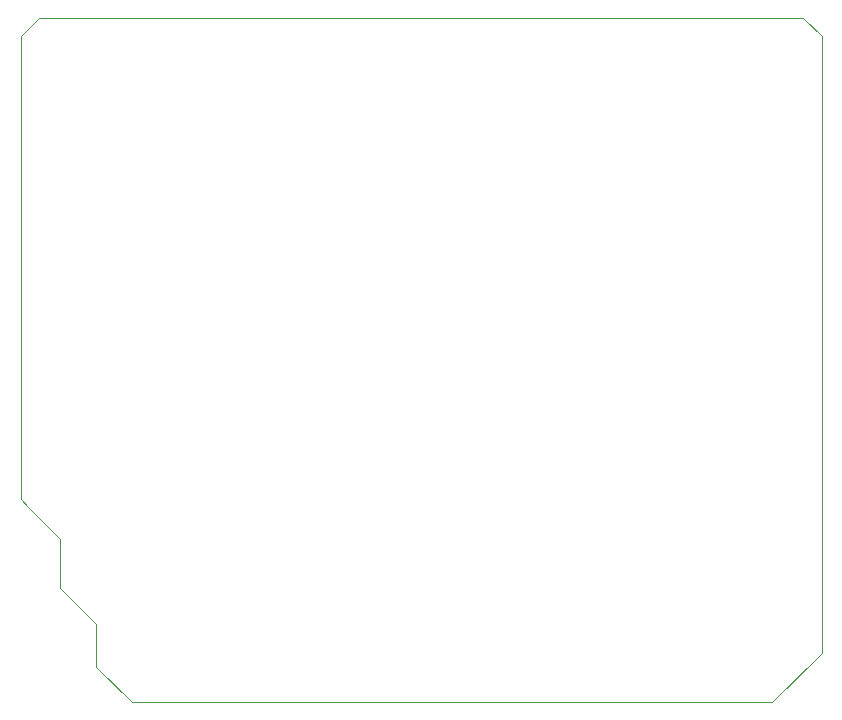
<source format=gko>
%FSLAX44Y44*%
%MOMM*%
G71*
G01*
G75*
G04 Layer_Color=16711935*
%ADD10C,0.1016*%
%ADD11C,0.7620*%
%ADD12C,1.2700*%
%ADD13C,2.1590*%
%ADD14R,2.1590X2.1590*%
%ADD15R,2.1590X2.1590*%
%ADD16C,1.5240*%
%ADD17C,1.7780*%
%ADD18C,2.0320*%
%ADD19C,0.0762*%
D19*
X765556Y1071118D02*
X1412494D01*
X749808Y1055370D02*
X765556Y1071118D01*
X915670Y491490D02*
X1386078D01*
X1427988Y533400D01*
Y1055624D01*
X1412494Y1071118D02*
X1427988Y1055624D01*
X749808Y663448D02*
Y1055370D01*
X755904Y657352D02*
X783590Y629666D01*
Y588772D02*
Y629666D01*
X814070Y521716D02*
X844296Y491490D01*
X915670D01*
X783590Y588772D02*
X814070Y558292D01*
Y521716D02*
Y558292D01*
X749808Y663448D02*
X755904Y657352D01*
M02*

</source>
